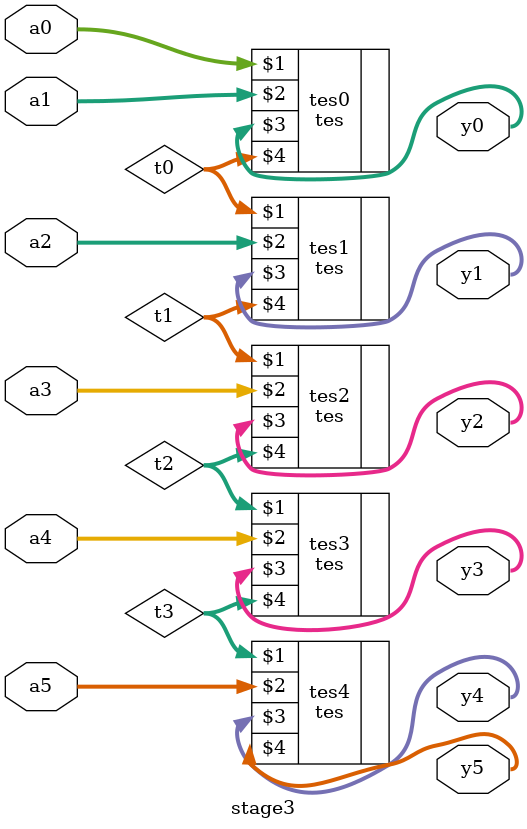
<source format=sv>
/*
	Author : Vishnu Prakash Bharadwaj
	Module : stage3.sv
*/
`include "tes.sv"

module stage3(
	input [7:0] a0,
	input [7:0] a1,
	input [7:0] a2,
	input [7:0] a3,
	input [7:0] a4,
	input [7:0] a5,
	output [7:0] y0,
	output [7:0] y1,
	output [7:0] y2,
	output [7:0] y3,
	output [7:0] y4,
	output [7:0] y5
);
	wire [7:0] t0, t1, t2, t3;

	// module instances
	tes tes0(a0, a1, y0, t0);
	tes tes1(t0, a2, y1, t1);
	tes tes2(t1, a3, y2, t2);
	tes tes3(t2, a4, y3, t3);
	tes tes4(t3, a5, y4, y5);

endmodule


</source>
